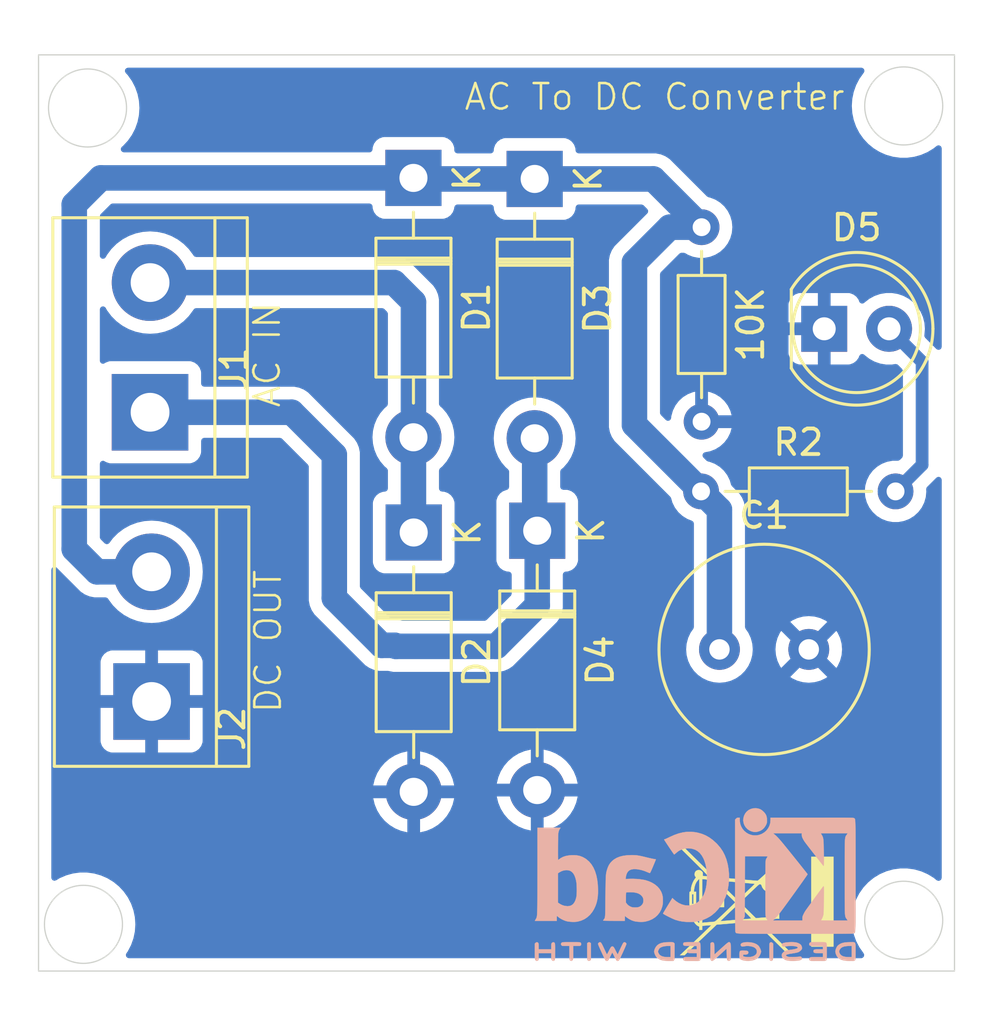
<source format=kicad_pcb>
(kicad_pcb (version 20240108) (generator "pcbnew") (generator_version "8.0")
  (layers (0 "F.Cu" signal) (31 "B.Cu" signal) (34 "B.Paste" user) (35 "F.Paste" user) (36 "B.SilkS" user "B.Silkscreen") (37 "F.SilkS" user "F.Silkscreen") (38 "B.Mask" user) (39 "F.Mask" user) (44 "Edge.Cuts" user))
  (net 0 "")
  (net 1 "GND")
  (net 2 "/+VE")
  (net 3 "Net-(D1-A)")
  (net 4 "Net-(D3-A)")
  (net 5 "Net-(D5-A)")
  (footprint "Symbol:WEEE-Logo_4.2x6mm_SilkScreen" (layer "F.Cu") (at 153.5 102.59 90)
    (property "Reference" "REF**" (hide yes))
    (property "Value" "WEEE-Logo_4.2x6mm_SilkScreen" (hide yes))
  )
  (footprint "TerminalBlock:TerminalBlock_bornier-2_P5.08mm" (layer "F.Cu") (at 129.8 94.76 90)
    (property "Reference" "J2" (at -1.07 3.14 90) (layer "F.SilkS"))
    (property "Value" "Screw_Terminal_01x02" (hide yes))
    (pad "1" thru_hole rect (at 0 0 90) (size 3 3) (drill 1.52) (layers "*.Cu" "*.Mask") (net 1 "GND"))
    (pad "2" thru_hole circle (at 5.08 0 90) (size 3 3) (drill 1.52) (layers "*.Cu" "*.Mask") (net 2 "/+VE"))
  )
  (footprint "Diode_THT:D_DO-41_SOD81_P10.16mm_Horizontal" (layer "F.Cu") (at 144.91 88.07 -90)
    (property "Reference" "D4" (at 5.08 -2.47 90) (layer "F.SilkS"))
    (property "Value" "1N4007")
    (fp_text user "K" (at 0 -2.1 90) (layer "F.SilkS"))
    (pad "1" thru_hole rect (at 0 0 270) (size 2.2 2.2) (drill 1.1) (layers "*.Cu" "*.Mask") (net 4 "Net-(D3-A)"))
    (pad "2" thru_hole oval (at 10.16 0 270) (size 2.2 2.2) (drill 1.1) (layers "*.Cu" "*.Mask") (net 1 "GND"))
  )
  (footprint "Resistor_THT:R_Axial_DIN0204_L3.6mm_D1.6mm_P7.62mm_Horizontal" (layer "F.Cu") (at 151.33 86.53)
    (property "Reference" "R2" (at 3.81 -1.92 0) (layer "F.SilkS"))
    (property "Value" "2.2K")
    (pad "1" thru_hole circle (at 0 0) (size 1.4 1.4) (drill 0.7) (layers "*.Cu" "*.Mask") (net 2 "/+VE"))
    (pad "2" thru_hole oval (at 7.62 0) (size 1.4 1.4) (drill 0.7) (layers "*.Cu" "*.Mask") (net 5 "Net-(D5-A)"))
  )
  (footprint "Diode_THT:D_DO-41_SOD81_P10.16mm_Horizontal" (layer "F.Cu") (at 140.07 88.14 -90)
    (property "Reference" "D2" (at 5.08 -2.47 90) (layer "F.SilkS"))
    (property "Value" "1N4007")
    (fp_text user "K" (at 0 -2.1 90) (layer "F.SilkS"))
    (pad "1" thru_hole rect (at 0 0 270) (size 2.2 2.2) (drill 1.1) (layers "*.Cu" "*.Mask") (net 3 "Net-(D1-A)"))
    (pad "2" thru_hole oval (at 10.16 0 270) (size 2.2 2.2) (drill 1.1) (layers "*.Cu" "*.Mask") (net 1 "GND"))
  )
  (footprint "Capacitor_THT:C_Radial_D8.0mm_H11.5mm_P3.50mm" (layer "F.Cu") (at 152.05 92.72)
    (property "Reference" "C1" (at 1.75 -5.25 360) (layer "F.SilkS"))
    (property "Value" "1000uF")
    (pad "1" thru_hole circle (at 0 0) (size 1.6 1.6) (drill 0.8) (layers "*.Cu" "*.Mask") (net 2 "/+VE"))
    (pad "2" thru_hole circle (at 3.5 0) (size 1.6 1.6) (drill 0.8) (layers "*.Cu" "*.Mask") (net 1 "GND"))
  )
  (footprint "Diode_THT:D_DO-41_SOD81_P10.16mm_Horizontal" (layer "F.Cu") (at 144.81 74.29 -90)
    (property "Reference" "D3" (at 5.08 -2.47 90) (layer "F.SilkS"))
    (property "Value" "1N4007")
    (fp_text user "K" (at 0 -2.1 90) (layer "F.SilkS"))
    (pad "1" thru_hole rect (at 0 0 270) (size 2.2 2.2) (drill 1.1) (layers "*.Cu" "*.Mask") (net 2 "/+VE"))
    (pad "2" thru_hole oval (at 10.16 0 270) (size 2.2 2.2) (drill 1.1) (layers "*.Cu" "*.Mask") (net 4 "Net-(D3-A)"))
  )
  (footprint "TerminalBlock:TerminalBlock_bornier-2_P5.08mm" (layer "F.Cu") (at 129.74 83.43 90)
    (property "Reference" "J1" (at 1.68 3.29 90) (layer "F.SilkS"))
    (property "Value" "Screw_Terminal_01x02" (hide yes))
    (pad "1" thru_hole rect (at 0 0 90) (size 3 3) (drill 1.52) (layers "*.Cu" "*.Mask") (net 4 "Net-(D3-A)"))
    (pad "2" thru_hole circle (at 5.08 0 90) (size 3 3) (drill 1.52) (layers "*.Cu" "*.Mask") (net 3 "Net-(D1-A)"))
  )
  (footprint "Resistor_THT:R_Axial_DIN0204_L3.6mm_D1.6mm_P7.62mm_Horizontal" (layer "F.Cu") (at 151.35 76.18 -90)
    (property "Reference" "10K" (at 3.81 -1.92 90) (layer "F.SilkS"))
    (property "Value" "R")
    (pad "1" thru_hole circle (at 0 0 270) (size 1.4 1.4) (drill 0.7) (layers "*.Cu" "*.Mask") (net 2 "/+VE"))
    (pad "2" thru_hole oval (at 7.62 0 270) (size 1.4 1.4) (drill 0.7) (layers "*.Cu" "*.Mask") (net 1 "GND"))
  )
  (footprint "Diode_THT:D_DO-41_SOD81_P10.16mm_Horizontal" (layer "F.Cu") (at 140.06 74.25 -90)
    (property "Reference" "D1" (at 5.08 -2.47 90) (layer "F.SilkS"))
    (property "Value" "1N4007")
    (fp_text user "K" (at 0 -2.1 90) (layer "F.SilkS"))
    (pad "1" thru_hole rect (at 0 0 270) (size 2.2 2.2) (drill 1.1) (layers "*.Cu" "*.Mask") (net 2 "/+VE"))
    (pad "2" thru_hole oval (at 10.16 0 270) (size 2.2 2.2) (drill 1.1) (layers "*.Cu" "*.Mask") (net 3 "Net-(D1-A)"))
  )
  (footprint "LED_THT:LED_D5.0mm" (layer "F.Cu") (at 156.155 80.16)
    (property "Reference" "D5" (at 1.27 -3.96 360) (layer "F.SilkS"))
    (property "Value" "LED")
    (pad "1" thru_hole rect (at 0 0) (size 1.8 1.8) (drill 0.9) (layers "*.Cu" "*.Mask") (net 1 "GND"))
    (pad "2" thru_hole circle (at 2.54 0) (size 1.8 1.8) (drill 0.9) (layers "*.Cu" "*.Mask") (net 5 "Net-(D5-A)"))
  )
  (footprint "Symbol:KiCad-Logo2_5mm_SilkScreen" (layer "B.Cu") (at 151.105691 101.918816 180)
    (property "Reference" "REF**" (hide yes))
    (property "Value" "KiCad-Logo2_5mm_SilkScreen" (hide yes))
  )
  (gr_circle (center 127.13 103.49) (end 128.17 104.61) (stroke (width 0.05)) (fill none) (layer "Edge.Cuts"))
  (gr_circle (center 127.29 71.51) (end 128.33 72.63) (stroke (width 0.05)) (fill none) (layer "Edge.Cuts"))
  (gr_circle (center 159.27 103.33) (end 160.31 104.45) (stroke (width 0.05)) (fill none) (layer "Edge.Cuts"))
  (gr_rect (start 125.37 69.43) (end 161.26 105.32) (stroke (width 0.05)) (fill none) (layer "Edge.Cuts"))
  (gr_circle (center 159.27 71.43) (end 160.31 72.55) (stroke (width 0.05)) (fill none) (layer "Edge.Cuts"))
  (gr_text "AC To DC Converter" (at 141.99 71.66 0) (layer "F.SilkS") (effects (font (size 1 1) (thickness 0.1)) (justify left bottom)))
  (gr_text "DC OUT" (at 134.95 95.28 90) (layer "F.SilkS") (effects (font (size 1 1) (thickness 0.1)) (justify left bottom)))
  (gr_text "AC IN" (at 134.91 83.31 90) (layer "F.SilkS") (effects (font (size 1 1) (thickness 0.1)) (justify left bottom)))
  (segment (start 144.84 98.3) (end 144.91 98.23) (width 1) (layer "B.Cu") (net 1))
  (segment (start 148.72 83.92) (end 148.72 77.56) (width 1) (layer "B.Cu") (net 2))
  (segment (start 152.05 87.25) (end 151.33 86.53) (width 1) (layer "B.Cu") (net 2))
  (segment (start 127.81 74.25) (end 140.06 74.25) (width 1) (layer "B.Cu") (net 2))
  (segment (start 150.1 76.18) (end 151.35 76.18) (width 1) (layer "B.Cu") (net 2))
  (segment (start 126.77 75.29) (end 127.81 74.25) (width 1) (layer "B.Cu") (net 2))
  (segment (start 149.46 74.29) (end 151.35 76.18) (width 1) (layer "B.Cu") (net 2))
  (segment (start 151.33 86.53) (end 148.72 83.92) (width 1) (layer "B.Cu") (net 2))
  (segment (start 129.8 89.68) (end 127.66 89.68) (width 1) (layer "B.Cu") (net 2))
  (segment (start 148.72 77.56) (end 150.1 76.18) (width 1) (layer "B.Cu") (net 2))
  (segment (start 144.81 74.29) (end 140.1 74.29) (width 1) (layer "B.Cu") (net 2))
  (segment (start 144.81 74.29) (end 149.46 74.29) (width 1) (layer "B.Cu") (net 2))
  (segment (start 140.1 74.29) (end 140.06 74.25) (width 1) (layer "B.Cu") (net 2))
  (segment (start 152.05 92.72) (end 152.05 87.25) (width 1) (layer "B.Cu") (net 2))
  (segment (start 127.66 89.68) (end 126.77 88.79) (width 1) (layer "B.Cu") (net 2))
  (segment (start 126.77 88.79) (end 126.77 75.29) (width 1) (layer "B.Cu") (net 2))
  (segment (start 140.06 84.41) (end 140.06 88.13) (width 1) (layer "B.Cu") (net 3))
  (segment (start 140.06 88.13) (end 140.07 88.14) (width 1) (layer "B.Cu") (net 3))
  (segment (start 139.3 78.35) (end 140.06 79.11) (width 1) (layer "B.Cu") (net 3))
  (segment (start 129.74 78.35) (end 139.3 78.35) (width 1) (layer "B.Cu") (net 3))
  (segment (start 140.06 79.11) (end 140.06 84.41) (width 1) (layer "B.Cu") (net 3))
  (segment (start 139.33 92.56) (end 139.37 92.6) (width 1) (layer "B.Cu") (net 4))
  (segment (start 135.29 83.43) (end 136.96 85.1) (width 1) (layer "B.Cu") (net 4))
  (segment (start 136.96 85.1) (end 136.96 90.71) (width 1) (layer "B.Cu") (net 4))
  (segment (start 144.81 87.97) (end 144.91 88.07) (width 1) (layer "B.Cu") (net 4))
  (segment (start 139.37 92.6) (end 143.31 92.6) (width 1) (layer "B.Cu") (net 4))
  (segment (start 144.81 84.45) (end 144.81 87.97) (width 1) (layer "B.Cu") (net 4))
  (segment (start 143.31 92.6) (end 144.91 91) (width 1) (layer "B.Cu") (net 4))
  (segment (start 144.91 91) (end 144.91 88.07) (width 1) (layer "B.Cu") (net 4))
  (segment (start 129.74 83.43) (end 135.29 83.43) (width 1) (layer "B.Cu") (net 4))
  (segment (start 138.81 92.56) (end 139.33 92.56) (width 1) (layer "B.Cu") (net 4))
  (segment (start 136.96 90.71) (end 138.81 92.56) (width 1) (layer "B.Cu") (net 4))
  (segment (start 159.99 85.49) (end 158.95 86.53) (width 0.5) (layer "B.Cu") (net 5))
  (segment (start 158.695 80.16) (end 159.99 81.455) (width 0.5) (layer "B.Cu") (net 5))
  (segment (start 159.99 81.455) (end 159.99 85.49) (width 0.5) (layer "B.Cu") (net 5))
  (zone (net 1) (net_name "GND") (layer "B.Cu") (connect_pads (clearance 0.5)) (min_thickness 0.25) (fill yes (thermal_gap 0.5) (thermal_bridge_width 0.5))
    (polygon (pts (xy 123.86 67.28) (xy 162.93 67.28) (xy 162.85 107.39) (xy 124.1 107.31)))
  )
)
</source>
